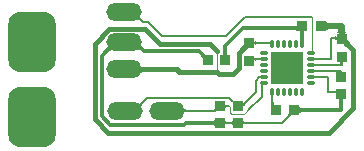
<source format=gtl>
%FSTAX23Y23*%
%MOIN*%
%SFA1B1*%

%IPPOS*%
%AMD13*
4,1,8,0.078700,-0.060600,0.078700,0.060600,0.039400,0.100000,-0.039400,0.100000,-0.078700,0.060600,-0.078700,-0.060600,-0.039400,-0.100000,0.039400,-0.100000,0.078700,-0.060600,0.0*
1,1,0.078740,0.039400,-0.060600*
1,1,0.078740,0.039400,0.060600*
1,1,0.078740,-0.039400,0.060600*
1,1,0.078740,-0.039400,-0.060600*
%
%ADD10C,0.007870*%
G04~CAMADD=13~8~0.0~0.0~2000.0~1574.8~393.7~0.0~15~0.0~0.0~0.0~0.0~0~0.0~0.0~0.0~0.0~0~0.0~0.0~0.0~270.0~1574.0~2000.0*
%ADD13D13*%
%ADD14R,0.033470X0.033470*%
%ADD15R,0.038190X0.036220*%
%ADD16O,0.118110X0.059060*%
%ADD17O,0.011020X0.027560*%
%ADD18O,0.027560X0.011020*%
%ADD19R,0.105510X0.105510*%
%ADD20R,0.036220X0.038190*%
%ADD21R,0.033470X0.033470*%
%ADD31C,0.003940*%
%ADD32C,0.011810*%
%ADD33C,0.015750*%
%ADD34C,0.019680*%
%ADD35C,0.030000*%
%LNpcb2-1*%
%LPD*%
G36*
X01924Y03612D02*
X01924Y03611D01*
X01924Y03611*
X01924Y0361*
X01924Y03609*
X01924Y03608*
X01925Y03607*
X01926Y03606*
X01927Y03605*
X01928Y03604*
X01922Y03598*
X01921Y03599*
X0192Y036*
X01919Y03601*
X01918Y03602*
X01917Y03602*
X01916Y03602*
X01915Y03602*
X01915Y03602*
X01914Y03602*
X01913Y03602*
X01925Y03613*
X01924Y03612*
G37*
G36*
X02292Y03505D02*
X02291Y03506D01*
X02289Y03506*
X02287*
X02286Y03506*
X02283Y03505*
X02281Y03503*
X02279Y03502*
X02276Y03499*
X0227Y03494*
X02258Y03505*
X02261Y03508*
X02266Y03514*
X02268Y03516*
X0227Y03519*
X0227Y03521*
X02271Y03523*
Y03524*
X0227Y03526*
X0227Y03527*
X02292Y03505*
G37*
G36*
X01829Y03497D02*
X01828Y03498D01*
X01827Y03498*
X01826Y03498*
X01825Y03498*
X01824Y03498*
X01822Y03497*
X01821Y03496*
X01819Y03495*
X01817Y03493*
X01815Y03492*
X01807Y035*
X01809Y03502*
X01812Y03505*
X01813Y03507*
X01813Y03508*
X01814Y0351*
X01814Y03511*
X01814Y03512*
X01813Y03513*
X01813Y03514*
X01829Y03497*
G37*
G36*
X01928Y0352D02*
X01927Y03519D01*
X01927Y03518*
X01928Y03516*
X01928Y03515*
X01929Y03513*
X0193Y03512*
X01932Y0351*
X01933Y03508*
X01935Y03506*
X01929Y03496*
X01927Y03498*
X01925Y03499*
X01923Y035*
X01922Y03501*
X01921Y03502*
X01919Y03502*
X01918*
X01917Y03502*
X01916Y03501*
X01916Y035*
X01928Y03521*
X01928Y0352*
G37*
G36*
X02212Y03491D02*
X02212Y03489D01*
X02212Y03487*
X02213Y03485*
X02213Y03484*
X02214Y03483*
X02215Y03482*
X02216Y03481*
X02217Y03481*
X02218Y03481*
X02194*
X02195Y03481*
X02196Y03481*
X02197Y03482*
X02198Y03483*
X02198Y03484*
X02199Y03485*
X02199Y03487*
X022Y03489*
X022Y03491*
X022Y03493*
X02212*
X02212Y03491*
G37*
G36*
X02138Y03487D02*
X02142Y03483D01*
X02144Y03482*
X02146Y03481*
X02147Y0348*
X02149Y0348*
X0215Y0348*
X02151Y0348*
X02152Y03481*
X02135Y03464*
X02136Y03465*
X02136Y03466*
X02136Y03468*
X02136Y03469*
X02135Y03471*
X02134Y03472*
X02133Y03474*
X02131Y03476*
X02127Y03481*
X02135Y03489*
X02138Y03487*
G37*
G36*
X01924Y03449D02*
X01925Y03447D01*
X01926Y03446*
X01927Y03445*
X01929Y03444*
X01931Y03444*
X01933Y03443*
X01936Y03443*
X01939Y03442*
X01943Y03442*
Y03427*
X01939Y03427*
X01933Y03426*
X01931Y03425*
X01929Y03425*
X01927Y03424*
X01926Y03423*
X01925Y03422*
X01924Y0342*
X01924Y03419*
Y0345*
X01924Y03449*
G37*
G36*
X01931Y03318D02*
X0193Y03317D01*
X01929Y03316*
X01928Y03314*
X01928Y03313*
X01927Y03313*
X01927Y03312*
X01927Y03311*
X01927Y0331*
X01927Y0331*
X01928Y03309*
X01917Y0332*
X01917Y0332*
X01918Y03319*
X01919Y03319*
X01919Y03319*
X0192Y0332*
X01921Y0332*
X01922Y03321*
X01923Y03321*
X01924Y03322*
X01926Y03323*
X01931Y03318*
G37*
G36*
X02206Y03319D02*
X02206Y03319D01*
X02207Y03318*
X02207Y03317*
X02208Y03317*
X02209Y03317*
X0221Y03316*
X02211Y03316*
X02212Y03316*
X02214Y03316*
Y03308*
X02212Y03308*
X02211Y03308*
X0221Y03308*
X02209Y03307*
X02208Y03307*
X02207Y03307*
X02207Y03306*
X02206Y03306*
X02206Y03305*
X02206Y03304*
Y0332*
X02206Y03319*
G37*
G36*
X0219Y03308D02*
X02189Y03308D01*
X02189Y03308*
X02188Y03308*
X02188Y03307*
X02187Y03306*
X02184Y03304*
X02184Y03303*
X02183Y03303*
X02179Y03298*
X02179Y03298*
X02179Y03298*
X02179Y03297*
X02175Y03301*
X02175Y03301*
X02175Y03301*
X02176Y03302*
X02176Y03302*
X02178Y03303*
X0218Y03306*
X02181Y03306*
X02181Y03307*
X02185Y03311*
X02185Y03311*
X02186Y03312*
X02186Y03312*
X0219Y03308*
G37*
G36*
X02173Y03295D02*
X02173Y03295D01*
X02173Y03295*
X02172Y03294*
X02172Y03294*
X02171Y03294*
X0217Y03294*
X02169Y03294*
X02168Y03293*
X02165Y03293*
Y03301*
X02167Y03301*
X02168Y03301*
X02169Y03302*
X0217Y03302*
X02171Y03302*
X02172Y03303*
X02172Y03303*
X02173Y03304*
X02173Y03304*
X02173Y03305*
X02173Y03295*
G37*
G36*
X02017Y03293D02*
X02017Y03293D01*
X02016Y03293*
X02016Y03293*
X02016Y03293*
X02016Y03293*
X02016Y03293*
X02013Y03296*
X02013Y03296*
X02013Y03296*
X02013Y03296*
X02013Y03296*
X02013Y03296*
X02013Y03297*
X02013Y03297*
X02017Y03293*
G37*
G36*
X02072Y03304D02*
X02072Y03304D01*
X02072Y03303*
X02073Y03303*
X02074Y03302*
X02075Y03302*
X02076Y03302*
X02077Y03301*
X02079Y03301*
X02081Y03301*
X02081Y03293*
X0208Y03293*
X02078Y03293*
X02077Y03293*
X02076Y03293*
X02075Y03292*
X02074Y03292*
X02074Y03291*
X02073Y03291*
X02073Y0329*
X02073Y03289*
X02071Y03305*
X02072Y03304*
G37*
G36*
X02194Y03261D02*
X02194Y03261D01*
X02196Y03261*
X02206Y03261*
Y03253*
X02194Y03253*
Y03261*
X02194Y03261*
G37*
G36*
X02266Y03264D02*
X02266Y03263D01*
X02267Y03263*
X02267Y03262*
X02268Y03262*
X02269Y03262*
X0227Y03261*
X02271Y03261*
X02272Y03261*
X02274Y03261*
Y03253*
X02272Y03253*
X02271Y03253*
X0227Y03253*
X02269Y03252*
X02268Y03252*
X02267Y03252*
X02267Y03251*
X02266Y0325*
X02266Y0325*
X02266Y03249*
Y03265*
X02266Y03264*
G37*
G36*
X02233Y03249D02*
X02233Y0325D01*
X02233Y0325*
X02232Y03251*
X02232Y03252*
X02231Y03252*
X0223Y03252*
X02229Y03253*
X02228Y03253*
X02227Y03253*
X02225Y03253*
Y03261*
X02227Y03261*
X02228Y03261*
X02229Y03261*
X0223Y03262*
X02231Y03262*
X02232Y03262*
X02232Y03263*
X02233Y03263*
X02233Y03264*
X02233Y03265*
Y03249*
G37*
G36*
X02206Y03264D02*
X02206Y03263D01*
X02207Y03263*
X02207Y03262*
X02208Y03262*
X02209Y03262*
X0221Y03261*
X02211Y03261*
X02212Y03261*
X02214Y03261*
Y03253*
X02212Y03253*
X02211Y03253*
X0221Y03253*
X02209Y03252*
X02208Y03252*
X02207Y03252*
X02207Y03251*
X02206Y0325*
X02206Y0325*
X02206Y03249*
Y03265*
X02206Y03264*
G37*
G36*
X02173Y03245D02*
X02173Y03246D01*
X02173Y03247*
X02172Y03248*
X02171Y03249*
X0217Y0325*
X02169Y0325*
X02167Y03251*
X02165Y03251*
X02163Y03251*
X02161Y03251*
Y03263*
X02163Y03263*
X02165Y03263*
X02167Y03263*
X02169Y03264*
X0217Y03264*
X02171Y03265*
X02172Y03266*
X02173Y03267*
X02173Y03268*
X02173Y03269*
Y03245*
G37*
G36*
X02369Y03325D02*
X02369Y03324D01*
X02369Y03322*
X0237Y03321*
X0237Y0332*
X0237Y03319*
X02371Y03319*
X02371Y03318*
X02372Y03318*
X02372Y03317*
X02373Y03317*
X02358Y03317*
X02359Y03318*
X02359Y03318*
X0236Y03318*
X0236Y03319*
X02361Y03319*
X02361Y0332*
X02361Y03321*
X02361Y03323*
X02361Y03324*
X02361Y03325*
X02369*
G37*
G36*
X02414Y0328D02*
X02415Y03281D01*
X02418Y03284*
X02419Y03285*
X02419Y03286*
X0242Y03288*
X0242Y03288*
Y03289*
X0242Y0329*
X02419Y03291*
X0243Y0328*
X0243Y0328*
X02429Y0328*
X02428*
X02427Y0328*
X02426Y0328*
X02425Y03279*
X02424Y03278*
X02422Y03277*
X02419Y03274*
X02414Y0328*
G37*
G36*
X02467Y03293D02*
X02465Y03293D01*
X02463Y03292*
X02461Y03292*
X02459Y03292*
X02458Y03291*
X02457Y0329*
X02456Y0329*
X02456Y03289*
X02455Y03288*
X02455Y03287*
Y0331*
X02455Y03309*
X02456Y03308*
X02456Y03307*
X02457Y03307*
X02458Y03306*
X02459Y03305*
X02461Y03305*
X02463Y03305*
X02465Y03304*
X02467Y03304*
Y03293*
G37*
G36*
X02334Y03389D02*
X02334Y03389D01*
X02334Y03389*
X02334Y03388*
X02334Y03388*
X02334Y03388*
X02334Y03388*
X02334Y03388*
X02333Y03387*
X02333Y03387*
X02329Y03391*
X02329Y03391*
X0233Y03391*
X0233Y03391*
X0233Y03391*
X02331Y03391*
X02331Y03391*
X02331Y03391*
X02331Y03392*
X02331Y03392*
X02334Y03389*
G37*
G36*
X02315Y03465D02*
X02314Y03465D01*
X02312Y03465*
X02311Y03465*
X0231Y03464*
X02309Y03464*
X02309Y03464*
X02308Y03463*
X02308Y03463*
X02307Y03462*
X02307Y03461*
Y03477*
X02307Y03476*
X02308Y03475*
X02308Y03475*
X02309Y03474*
X02309Y03474*
X0231Y03474*
X02311Y03473*
X02312Y03473*
X02314Y03473*
X02315Y03473*
Y03465*
G37*
G36*
X02307Y0353D02*
X02308Y03529D01*
X02308Y03529*
X02309Y03528*
X02309Y03528*
X0231Y03527*
X02311Y03527*
X02312Y03527*
X02314Y03527*
X02315Y03527*
Y03519*
X02314Y03519*
X02312Y03519*
X02311Y03519*
X0231Y03518*
X02309Y03518*
X02309Y03517*
X02308Y03517*
X02308Y03516*
X02307Y03516*
X02307Y03515*
Y03519*
X02296Y03518*
X02295Y03518*
X02295Y03518*
X02294Y03517*
Y03528*
X02295Y03528*
X02295Y03528*
X02296Y03528*
X02298Y03527*
X02301Y03527*
X02307Y03527*
Y03531*
X02307Y0353*
G37*
G36*
X02352Y03527D02*
X02353Y03527D01*
X02355Y03527*
X02356Y03527*
X02357Y03527*
X02358Y03528*
X02359Y03528*
X0236Y03529*
X0236Y03529*
X02361Y0353*
X02361Y0353*
X0236Y03515*
X0236Y03516*
X0236Y03516*
X02359Y03517*
X02359Y03517*
X02358Y03518*
X02357Y03518*
X02356Y03519*
X02355Y03519*
X02354Y03519*
X02352Y03519*
X02352Y03527*
G37*
G36*
X02435Y03579D02*
X02437Y03579D01*
X02439Y03579*
X02441Y0358*
X02442Y0358*
X02444Y03581*
X02445Y03581*
X02446Y03582*
X02446Y03583*
X02447Y03584*
X02447Y03585*
Y03561*
X02447Y03563*
X02446Y03564*
X02446Y03564*
X02445Y03565*
X02444Y03566*
X02442Y03566*
X02441Y03567*
X02439Y03567*
X02437Y03567*
X02435Y03567*
Y03579*
G37*
G36*
X02458Y03549D02*
X02458Y03551D01*
X02458Y03553*
X02457Y03555*
X02457Y03556*
X02456Y03558*
X02456Y03559*
X02455Y03559*
X02454Y0356*
X02453Y0356*
X02452Y03561*
X02476*
X02474Y0356*
X02473Y0356*
X02473Y03559*
X02472Y03559*
X02471Y03558*
X02471Y03556*
X0247Y03555*
X0247Y03553*
X0247Y03551*
X0247Y03549*
X02458*
G37*
G36*
X02544Y03597D02*
X02544Y03595D01*
X02545Y03594*
X02547Y03593*
X02548Y03592*
X02551Y03591*
X02553Y0359*
X02556Y0359*
X02559Y03589*
X02563Y03589*
Y0357*
X02559Y0357*
X02556Y03569*
X02553Y03569*
X02551Y03568*
X02548Y03567*
X02547Y03566*
X02545Y03565*
X02544Y03564*
X02544Y03562*
X02544Y03561*
Y03598*
X02544Y03597*
G37*
G36*
X02605Y03571D02*
X02606Y03568D01*
X02606Y03565*
X02607Y03562*
X02608Y0356*
X02609Y03558*
X0261Y03557*
X02611Y03556*
X02613Y03555*
X02614Y03555*
X02577*
X02578Y03555*
X0258Y03556*
X02581Y03557*
X02582Y03558*
X02583Y0356*
X02584Y03562*
X02585Y03565*
X02585Y03568*
X02586Y03571*
X02586Y03575*
X02605*
X02605Y03571*
G37*
G36*
X02577Y03544D02*
X02582Y03544D01*
X02584Y03545*
X02585Y03545*
X02587Y03545*
X02588Y03546*
X02589Y03546*
Y03544*
X02589Y03544*
X02589Y03545*
X0259Y03545*
Y03534*
X02589Y03534*
X02589Y03535*
X02589Y03535*
Y03533*
X02588Y03533*
X02587Y03534*
X02585Y03534*
X02584Y03534*
X02582Y03535*
X02577Y03535*
Y03532*
X02577Y03532*
X02576Y03533*
X02576Y03534*
X02575Y03534*
X02575Y03535*
X02574Y03535*
X02573Y03535*
X02572Y03535*
X0257Y03536*
X0257Y03536*
X02567Y03536*
Y03543*
X0257Y03543*
X0257Y03543*
X02572Y03544*
X02573Y03544*
X02574Y03544*
X02575Y03544*
X02575Y03545*
X02576Y03545*
X02576Y03546*
X02577Y03547*
X02577Y03547*
Y03544*
G37*
G36*
X02614Y0354D02*
X02613Y03539D01*
Y03537*
X02614Y03535*
X02614Y03533*
X02616Y03531*
X02618Y03528*
X0262Y03525*
X02626Y03519*
X02614Y03508*
X02611Y03511*
X02605Y03516*
X02603Y03518*
X02601Y03519*
X02598Y0352*
X02597Y03521*
X02595*
X02593Y0352*
X02592Y03519*
X02614Y03542*
X02614Y0354*
G37*
G36*
X025Y03497D02*
X025Y03497D01*
X025Y03496*
X025Y03496*
X025Y03495*
X025Y03495*
X025Y03494*
X02501Y03494*
X02501Y03494*
X02501Y03494*
X02494*
X02494Y03494*
X02494Y03494*
X02495Y03494*
X02495Y03495*
X02495Y03495*
X02495Y03496*
X02495Y03496*
X02496Y03497*
X02496Y03497*
X02496Y03498*
X025*
X025Y03497*
G37*
G36*
X02603Y03458D02*
X02602Y03458D01*
X02601Y03458*
X02601Y03457*
X026Y03456*
X026Y03455*
X026Y03454*
X026Y03453*
X02599Y03452*
X02599Y0345*
X02592*
X02592Y03452*
X02591Y03453*
X02591Y03454*
X02591Y03455*
X02591Y03456*
X0259Y03457*
X0259Y03458*
X02589Y03458*
X02588Y03458*
X02588Y03458*
X02603*
X02603Y03458*
G37*
G36*
X02578Y03352D02*
X02578Y03352D01*
X02578Y03353*
X02577Y03354*
X02577Y03354*
X02576Y03355*
X02575Y03355*
X02574Y03355*
X02573Y03355*
X02572Y03356*
X0257Y03356*
Y03363*
X02572Y03363*
X02573Y03364*
X02574Y03364*
X02575Y03364*
X02576Y03364*
X02577Y03365*
X02577Y03365*
X02578Y03366*
X02578Y03367*
X02578Y03367*
Y03352*
G37*
G36*
X02605Y03338D02*
X02604Y03337D01*
X02603Y03337*
X02603Y03336*
X02602Y03335*
X02601Y03334*
X02601Y03332*
X02601Y0333*
X026Y03328*
X026Y03326*
X02589*
X02589Y03328*
X02588Y0333*
X02588Y03332*
X02588Y03334*
X02587Y03335*
X02586Y03336*
X02586Y03337*
X02585Y03337*
X02584Y03338*
X02583Y03338*
X02606*
X02605Y03338*
G37*
G54D10*
X0221Y03545D02*
X02275Y0361D01*
X02498*
X01996Y03545D02*
X0221D01*
X01949Y03592D02*
X01996Y03545D01*
X0187Y0362D02*
Y03627D01*
X02288Y03523D02*
X02365D01*
X0256Y0354D02*
X02596D01*
X02365Y03298D02*
Y03361D01*
X01899Y03627D02*
X01934Y03592D01*
X0187Y03627D02*
X01899D01*
X01934Y03592D02*
X01949D01*
X02397Y03257D02*
X02437Y03298D01*
X0225Y03257D02*
X02397D01*
X02329Y03344D02*
Y03387D01*
X02285Y033D02*
X02329Y03344D01*
X01873Y03295D02*
X01902D01*
X01948Y03341*
X02221*
X0225Y03312*
X02017Y03297D02*
X02175D01*
X02437Y03298D02*
Y03298D01*
X0225Y03257D02*
D01*
X0219D02*
X0225D01*
Y03312D02*
X02254Y03317D01*
X0227D02*
Y0332D01*
X02254Y03317D02*
X0227D01*
Y0332D02*
X0231Y0336D01*
X02322Y03409D02*
X02335D01*
X0231Y03397D02*
X02322Y03409D01*
X02335D02*
X02336Y0341D01*
X0231Y0336D02*
Y03397D01*
X0219Y03312D02*
X02221D01*
X02288Y03469D02*
X02336D01*
X02288Y03462D02*
Y03469D01*
X02365Y03518D02*
Y03523D01*
X0255Y0336D02*
X02595D01*
X02365Y03298D02*
X02376D01*
X02595Y03354D02*
Y0336D01*
X0255D02*
Y0341D01*
X02493D02*
X0255D01*
X0256Y03469D02*
Y0354D01*
X02493Y03469D02*
X0256D01*
X02596Y03449D02*
Y03476D01*
X02493Y03449D02*
X02596D01*
X02493Y0343D02*
X02595D01*
Y0341D02*
Y0343D01*
G54D13*
X01565Y03275D03*
Y03527D03*
G54D14*
X02152Y03465D03*
X02207D03*
G54D15*
X02596Y03537D03*
Y03476D03*
X02288Y03462D03*
Y03523D03*
G54D16*
X0187Y03627D03*
X02015Y03295D03*
X01873Y03295D03*
X0187Y03435D03*
Y03525D03*
G54D17*
X02365Y03361D03*
X02385D03*
X02405D03*
X02424D03*
X02444D03*
X02464D03*
Y03518D03*
X02444D03*
X02424D03*
X02405D03*
X02385D03*
X02365D03*
G54D18*
X02493Y0339D03*
Y0341D03*
Y0343D03*
Y03449D03*
Y03469D03*
Y03489D03*
X02336D03*
Y03469D03*
Y03449D03*
Y0343D03*
Y0341D03*
Y0339D03*
G54D19*
X02415Y0344D03*
G54D20*
X02437Y03298D03*
X02376D03*
X02526Y0358D03*
X02465D03*
G54D21*
X0225Y03257D03*
Y03312D03*
X0219Y03257D03*
Y03312D03*
X02595Y0341D03*
Y03354D03*
G54D31*
X02498Y0349D02*
Y03609D01*
X0218Y03427D02*
Y03496D01*
X02284Y033D02*
X02285D01*
X0227Y03285D02*
X02284Y033D01*
X02223Y03291D02*
X02229Y03285D01*
X0227*
X02223Y03291D02*
Y0331D01*
X02015Y03295D02*
X02017Y03297D01*
X02175D02*
X0219Y03312D01*
X02333Y0339D02*
X02336D01*
X02329Y03387D02*
X02333Y0339D01*
X02221Y03312D02*
X02223Y0331D01*
G54D32*
X02206Y03513D02*
X02266Y03573D01*
X02458*
X02464Y03579D02*
X02465Y0358D01*
X02464Y03573D02*
Y03579D01*
X02458Y03573D02*
X02464Y03579D01*
X02206Y03466D02*
Y03513D01*
X02464Y03518D02*
Y03573D01*
X02206Y03466D02*
X02207Y03465D01*
X01908Y03525D02*
X01937Y03496D01*
X0187Y03525D02*
X01908D01*
X01937Y03496D02*
X02121D01*
X02152Y03465*
X02595Y03298D02*
Y03354D01*
X02437Y03298D02*
X02595D01*
X02076Y03257D02*
X0219D01*
X01797Y0328D02*
X01825Y03251D01*
X0207*
X02076Y03257*
X01797Y03481D02*
X0184Y03525D01*
X01797Y0328D02*
Y03481D01*
X0184Y03525D02*
X01855D01*
G54D33*
X0187Y03435D02*
X02046D01*
X02053Y03427D02*
X0218D01*
X02046Y03435D02*
X02053Y03427D01*
X01991Y0352D02*
X02157D01*
X0194Y0357D02*
X01991Y0352D01*
X02254Y03438D02*
Y03489D01*
X02188Y0342D02*
X02235D01*
X02288Y03523D02*
X02288D01*
X02254Y03489D02*
X02288Y03523D01*
X02235Y0342D02*
X02254Y03438D01*
X0218Y03427D02*
X02188Y0342D01*
X02596Y03538D02*
X02635Y03499D01*
X02157Y0352D02*
X0218Y03496D01*
X01773Y03521D02*
X01821Y0357D01*
X0194*
X01773Y0327D02*
Y03521D01*
X02554Y03224D02*
X02635Y03305D01*
Y03499*
X01818Y03224D02*
X02554D01*
X01773Y0327D02*
X01818Y03224D01*
X02596Y03538D02*
Y0354D01*
G54D34*
X02596Y0354D02*
Y0358D01*
X02526D02*
X02596D01*
G54D35*
X0153Y03512D03*
Y03591D03*
Y03552D03*
Y03472D03*
Y0321D03*
Y0325D03*
Y0329D03*
Y0333D03*
M02*
</source>
